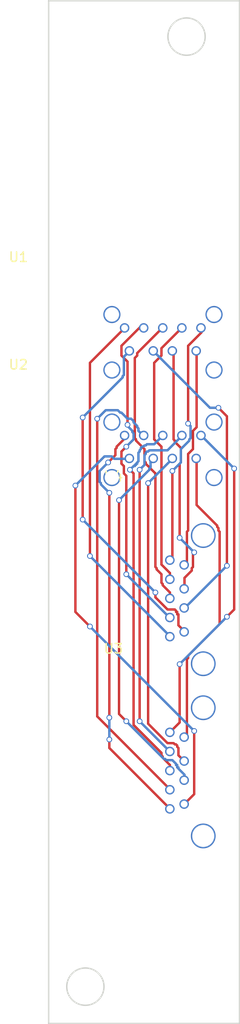
<source format=kicad_pcb>
(kicad_pcb (version 4) (host pcbnew 4.0.4-stable)

  (general
    (links 18)
    (no_connects 0)
    (area 133.63 54.024999 159.042002 161.075001)
    (thickness 1.6)
    (drawings 6)
    (tracks 298)
    (zones 0)
    (modules 4)
    (nets 19)
  )

  (page A4)
  (layers
    (0 F.Cu signal)
    (31 B.Cu signal)
    (32 B.Adhes user)
    (33 F.Adhes user)
    (34 B.Paste user)
    (35 F.Paste user)
    (36 B.SilkS user)
    (37 F.SilkS user)
    (38 B.Mask user)
    (39 F.Mask user)
    (40 Dwgs.User user)
    (41 Cmts.User user)
    (42 Eco1.User user)
    (43 Eco2.User user)
    (44 Edge.Cuts user)
    (45 Margin user)
    (46 B.CrtYd user)
    (47 F.CrtYd user)
    (48 B.Fab user)
    (49 F.Fab user)
  )

  (setup
    (last_trace_width 0.25)
    (trace_clearance 0.2)
    (zone_clearance 0.508)
    (zone_45_only no)
    (trace_min 0.2)
    (segment_width 0.2)
    (edge_width 0.15)
    (via_size 0.6)
    (via_drill 0.4)
    (via_min_size 0.4)
    (via_min_drill 0.3)
    (uvia_size 0.3)
    (uvia_drill 0.1)
    (uvias_allowed no)
    (uvia_min_size 0.2)
    (uvia_min_drill 0.1)
    (pcb_text_width 0.3)
    (pcb_text_size 1.5 1.5)
    (mod_edge_width 0.15)
    (mod_text_size 1 1)
    (mod_text_width 0.15)
    (pad_size 1.524 1.524)
    (pad_drill 0.762)
    (pad_to_mask_clearance 0.2)
    (aux_axis_origin 0 0)
    (visible_elements 7FFFFFFF)
    (pcbplotparams
      (layerselection 0x00030_80000001)
      (usegerberextensions false)
      (excludeedgelayer true)
      (linewidth 0.100000)
      (plotframeref false)
      (viasonmask false)
      (mode 1)
      (useauxorigin false)
      (hpglpennumber 1)
      (hpglpenspeed 20)
      (hpglpendiameter 15)
      (hpglpenoverlay 2)
      (psnegative false)
      (psa4output false)
      (plotreference true)
      (plotvalue true)
      (plotinvisibletext false)
      (padsonsilk false)
      (subtractmaskfromsilk false)
      (outputformat 1)
      (mirror false)
      (drillshape 0)
      (scaleselection 1)
      (outputdirectory ""))
  )

  (net 0 "")
  (net 1 "Net-(U1-Pad5)")
  (net 2 "Net-(U1-Pad6)")
  (net 3 "Net-(U1-Pad7)")
  (net 4 "Net-(U1-Pad8)")
  (net 5 "Net-(U1-Pad9)")
  (net 6 "Net-(U1-Pad4)")
  (net 7 "Net-(U1-Pad3)")
  (net 8 "Net-(U1-Pad2)")
  (net 9 "Net-(U1-Pad1)")
  (net 10 "Net-(U2-Pad5)")
  (net 11 "Net-(U2-Pad6)")
  (net 12 "Net-(U2-Pad7)")
  (net 13 "Net-(U2-Pad8)")
  (net 14 "Net-(U2-Pad9)")
  (net 15 "Net-(U2-Pad4)")
  (net 16 "Net-(U2-Pad3)")
  (net 17 "Net-(U2-Pad2)")
  (net 18 "Net-(U2-Pad1)")

  (net_class Default "This is the default net class."
    (clearance 0.2)
    (trace_width 0.25)
    (via_dia 0.6)
    (via_drill 0.4)
    (uvia_dia 0.3)
    (uvia_drill 0.1)
    (add_net "Net-(U1-Pad1)")
    (add_net "Net-(U1-Pad2)")
    (add_net "Net-(U1-Pad3)")
    (add_net "Net-(U1-Pad4)")
    (add_net "Net-(U1-Pad5)")
    (add_net "Net-(U1-Pad6)")
    (add_net "Net-(U1-Pad7)")
    (add_net "Net-(U1-Pad8)")
    (add_net "Net-(U1-Pad9)")
    (add_net "Net-(U2-Pad1)")
    (add_net "Net-(U2-Pad2)")
    (add_net "Net-(U2-Pad3)")
    (add_net "Net-(U2-Pad4)")
    (add_net "Net-(U2-Pad5)")
    (add_net "Net-(U2-Pad6)")
    (add_net "Net-(U2-Pad7)")
    (add_net "Net-(U2-Pad8)")
    (add_net "Net-(U2-Pad9)")
  )

  (module .pretty:usb3 (layer F.Cu) (tedit 5852EDAE) (tstamp 58533EB4)
    (at 145.43 86.9)
    (path /5852EED3)
    (fp_text reference U1 (at -9.8 -6) (layer F.SilkS)
      (effects (font (size 1 1) (thickness 0.15)))
    )
    (fp_text value usb3.0 (at -9.1 -7.9) (layer F.Fab)
      (effects (font (size 1 1) (thickness 0.15)))
    )
    (pad "" thru_hole circle (at 0 0) (size 1.8 1.8) (drill 1.5) (layers *.Cu *.Mask))
    (pad "" thru_hole circle (at 10.7 0) (size 1.8 1.8) (drill 1.5) (layers *.Cu *.Mask))
    (pad "" thru_hole circle (at 0 5.8) (size 1.8 1.8) (drill 1.5) (layers *.Cu *.Mask))
    (pad "" thru_hole circle (at 10.7 5.8) (size 1.8 1.8) (drill 1.5) (layers *.Cu *.Mask))
    (pad 5 thru_hole circle (at 1.33 1.4) (size 1 1) (drill 0.7) (layers *.Cu *.Mask)
      (net 1 "Net-(U1-Pad5)"))
    (pad 6 thru_hole circle (at 3.33 1.4) (size 1 1) (drill 0.7) (layers *.Cu *.Mask)
      (net 2 "Net-(U1-Pad6)"))
    (pad 7 thru_hole circle (at 5.33 1.4) (size 1 1) (drill 0.7) (layers *.Cu *.Mask)
      (net 3 "Net-(U1-Pad7)"))
    (pad 8 thru_hole circle (at 7.33 1.4) (size 1 1) (drill 0.7) (layers *.Cu *.Mask)
      (net 4 "Net-(U1-Pad8)"))
    (pad 9 thru_hole circle (at 9.33 1.4) (size 1 1) (drill 0.7) (layers *.Cu *.Mask)
      (net 5 "Net-(U1-Pad9)"))
    (pad 4 thru_hole circle (at 1.83 3.8) (size 1 1) (drill 0.7) (layers *.Cu *.Mask)
      (net 6 "Net-(U1-Pad4)"))
    (pad 3 thru_hole circle (at 4.33 3.8) (size 1 1) (drill 0.7) (layers *.Cu *.Mask)
      (net 7 "Net-(U1-Pad3)"))
    (pad 2 thru_hole circle (at 6.33 3.8) (size 1 1) (drill 0.7) (layers *.Cu *.Mask)
      (net 8 "Net-(U1-Pad2)"))
    (pad 1 thru_hole circle (at 8.83 3.8) (size 1 1) (drill 0.7) (layers *.Cu *.Mask)
      (net 9 "Net-(U1-Pad1)"))
  )

  (module .pretty:usb3 (layer F.Cu) (tedit 5852EDAE) (tstamp 58533EC5)
    (at 145.43 98.14)
    (path /5852EE22)
    (fp_text reference U2 (at -9.8 -6) (layer F.SilkS)
      (effects (font (size 1 1) (thickness 0.15)))
    )
    (fp_text value usb3.0 (at -9.1 -7.9) (layer F.Fab)
      (effects (font (size 1 1) (thickness 0.15)))
    )
    (pad "" thru_hole circle (at 0 0) (size 1.8 1.8) (drill 1.5) (layers *.Cu *.Mask))
    (pad "" thru_hole circle (at 10.7 0) (size 1.8 1.8) (drill 1.5) (layers *.Cu *.Mask))
    (pad "" thru_hole circle (at 0 5.8) (size 1.8 1.8) (drill 1.5) (layers *.Cu *.Mask))
    (pad "" thru_hole circle (at 10.7 5.8) (size 1.8 1.8) (drill 1.5) (layers *.Cu *.Mask))
    (pad 5 thru_hole circle (at 1.33 1.4) (size 1 1) (drill 0.7) (layers *.Cu *.Mask)
      (net 10 "Net-(U2-Pad5)"))
    (pad 6 thru_hole circle (at 3.33 1.4) (size 1 1) (drill 0.7) (layers *.Cu *.Mask)
      (net 11 "Net-(U2-Pad6)"))
    (pad 7 thru_hole circle (at 5.33 1.4) (size 1 1) (drill 0.7) (layers *.Cu *.Mask)
      (net 12 "Net-(U2-Pad7)"))
    (pad 8 thru_hole circle (at 7.33 1.4) (size 1 1) (drill 0.7) (layers *.Cu *.Mask)
      (net 13 "Net-(U2-Pad8)"))
    (pad 9 thru_hole circle (at 9.33 1.4) (size 1 1) (drill 0.7) (layers *.Cu *.Mask)
      (net 14 "Net-(U2-Pad9)"))
    (pad 4 thru_hole circle (at 1.83 3.8) (size 1 1) (drill 0.7) (layers *.Cu *.Mask)
      (net 15 "Net-(U2-Pad4)"))
    (pad 3 thru_hole circle (at 4.33 3.8) (size 1 1) (drill 0.7) (layers *.Cu *.Mask)
      (net 16 "Net-(U2-Pad3)"))
    (pad 2 thru_hole circle (at 6.33 3.8) (size 1 1) (drill 0.7) (layers *.Cu *.Mask)
      (net 17 "Net-(U2-Pad2)"))
    (pad 1 thru_hole circle (at 8.83 3.8) (size 1 1) (drill 0.7) (layers *.Cu *.Mask)
      (net 18 "Net-(U2-Pad1)"))
  )

  (module .pretty:usb3reg (layer F.Cu) (tedit 5852ECF4) (tstamp 58533ED4)
    (at 155 128)
    (path /5852EF38)
    (fp_text reference U3 (at -9.41 -6.17) (layer F.SilkS)
      (effects (font (size 1 1) (thickness 0.15)))
    )
    (fp_text value usb3.0 (at -8.37 -7.62) (layer F.Fab)
      (effects (font (size 1 1) (thickness 0.15)))
    )
    (pad "" thru_hole circle (at 0 0) (size 2.6 2.6) (drill 2.3) (layers *.Cu *.Mask))
    (pad "" thru_hole circle (at 0 13.4) (size 2.6 2.6) (drill 2.3) (layers *.Cu *.Mask))
    (pad 9 thru_hole circle (at -3.5 2.57) (size 1 1) (drill 0.7) (layers *.Cu *.Mask)
      (net 14 "Net-(U2-Pad9)"))
    (pad 8 thru_hole circle (at -3.5 4.57) (size 1 1) (drill 0.7) (layers *.Cu *.Mask)
      (net 13 "Net-(U2-Pad8)"))
    (pad 7 thru_hole circle (at -3.5 6.57) (size 1 1) (drill 0.7) (layers *.Cu *.Mask)
      (net 12 "Net-(U2-Pad7)"))
    (pad 6 thru_hole circle (at -3.5 8.57) (size 1 1) (drill 0.7) (layers *.Cu *.Mask)
      (net 11 "Net-(U2-Pad6)"))
    (pad 5 thru_hole circle (at -3.5 10.57) (size 1 1) (drill 0.7) (layers *.Cu *.Mask)
      (net 10 "Net-(U2-Pad5)"))
    (pad 1 thru_hole circle (at -2 3.07) (size 1 1) (drill 0.7) (layers *.Cu *.Mask)
      (net 18 "Net-(U2-Pad1)"))
    (pad 2 thru_hole circle (at -2 5.57) (size 1 1) (drill 0.7) (layers *.Cu *.Mask)
      (net 17 "Net-(U2-Pad2)"))
    (pad 3 thru_hole circle (at -2 7.57) (size 1 1) (drill 0.7) (layers *.Cu *.Mask)
      (net 16 "Net-(U2-Pad3)"))
    (pad 4 thru_hole circle (at -2 10.07) (size 1 1) (drill 0.7) (layers *.Cu *.Mask)
      (net 15 "Net-(U2-Pad4)"))
  )

  (module .pretty:usb3reg (layer F.Cu) (tedit 5852ECF4) (tstamp 58533EE3)
    (at 155 110)
    (path /5852EF79)
    (fp_text reference U4 (at -9.41 -6.17) (layer F.SilkS)
      (effects (font (size 1 1) (thickness 0.15)))
    )
    (fp_text value usb3.0 (at -8.37 -7.62) (layer F.Fab)
      (effects (font (size 1 1) (thickness 0.15)))
    )
    (pad "" thru_hole circle (at 0 0) (size 2.6 2.6) (drill 2.3) (layers *.Cu *.Mask))
    (pad "" thru_hole circle (at 0 13.4) (size 2.6 2.6) (drill 2.3) (layers *.Cu *.Mask))
    (pad 9 thru_hole circle (at -3.5 2.57) (size 1 1) (drill 0.7) (layers *.Cu *.Mask)
      (net 5 "Net-(U1-Pad9)"))
    (pad 8 thru_hole circle (at -3.5 4.57) (size 1 1) (drill 0.7) (layers *.Cu *.Mask)
      (net 4 "Net-(U1-Pad8)"))
    (pad 7 thru_hole circle (at -3.5 6.57) (size 1 1) (drill 0.7) (layers *.Cu *.Mask)
      (net 3 "Net-(U1-Pad7)"))
    (pad 6 thru_hole circle (at -3.5 8.57) (size 1 1) (drill 0.7) (layers *.Cu *.Mask)
      (net 2 "Net-(U1-Pad6)"))
    (pad 5 thru_hole circle (at -3.5 10.57) (size 1 1) (drill 0.7) (layers *.Cu *.Mask)
      (net 1 "Net-(U1-Pad5)"))
    (pad 1 thru_hole circle (at -2 3.07) (size 1 1) (drill 0.7) (layers *.Cu *.Mask)
      (net 9 "Net-(U1-Pad1)"))
    (pad 2 thru_hole circle (at -2 5.57) (size 1 1) (drill 0.7) (layers *.Cu *.Mask)
      (net 8 "Net-(U1-Pad2)"))
    (pad 3 thru_hole circle (at -2 7.57) (size 1 1) (drill 0.7) (layers *.Cu *.Mask)
      (net 7 "Net-(U1-Pad3)"))
    (pad 4 thru_hole circle (at -2 10.07) (size 1 1) (drill 0.7) (layers *.Cu *.Mask)
      (net 6 "Net-(U1-Pad4)"))
  )

  (gr_circle (center 142.65 157.15) (end 140.7 157.15) (layer Edge.Cuts) (width 0.15))
  (gr_circle (center 153.25 57.85) (end 153.25 55.9) (layer Edge.Cuts) (width 0.15))
  (gr_line (start 158.8 54.1) (end 138.8 54.1) (angle 90) (layer Edge.Cuts) (width 0.15))
  (gr_line (start 158.8 161) (end 158.8 54.1) (angle 90) (layer Edge.Cuts) (width 0.15))
  (gr_line (start 138.8 161) (end 158.8 161) (angle 90) (layer Edge.Cuts) (width 0.15))
  (gr_line (start 138.8 54.1) (end 138.8 161) (angle 90) (layer Edge.Cuts) (width 0.15))

  (segment (start 146.76 88.3) (end 146.812 88.265) (width 0.25) (layer F.Cu) (net 1) (status 80000))
  (segment (start 146.812 88.265) (end 143.129 91.948) (width 0.25) (layer F.Cu) (net 1) (status 80000))
  (segment (start 143.129 91.948) (end 143.129 112.141) (width 0.25) (layer F.Cu) (net 1) (status 80000))
  (via (at 143.129 112.141) (size 0.6) (layers F.Cu B.Cu) (net 1) (status 80000))
  (segment (start 143.129 112.141) (end 151.511 120.523) (width 0.25) (layer B.Cu) (net 1) (status 80000))
  (segment (start 151.511 120.523) (end 151.5 120.57) (width 0.25) (layer B.Cu) (net 1) (tstamp 5854409F) (status 80000))
  (segment (start 148.76 88.3) (end 148.717 88.265) (width 0.25) (layer F.Cu) (net 2) (status 80000))
  (segment (start 148.717 88.265) (end 148.336 88.265) (width 0.25) (layer F.Cu) (net 2) (status 80000))
  (segment (start 148.336 88.265) (end 146.431 90.17) (width 0.25) (layer F.Cu) (net 2) (status 80000))
  (segment (start 146.431 90.17) (end 146.431 91.186) (width 0.25) (layer F.Cu) (net 2) (status 80000))
  (segment (start 146.431 91.186) (end 147.066 91.821) (width 0.25) (layer F.Cu) (net 2) (status 80000))
  (segment (start 147.066 91.821) (end 147.066 98.425) (width 0.25) (layer F.Cu) (net 2) (status 80000))
  (via (at 147.066 98.425) (size 0.6) (layers F.Cu B.Cu) (net 2) (status 80000))
  (segment (start 147.066 98.425) (end 147.066 98.552) (width 0.25) (layer B.Cu) (net 2) (status 80000))
  (segment (start 147.066 98.552) (end 147.574 99.06) (width 0.25) (layer B.Cu) (net 2) (status 80000))
  (segment (start 147.574 99.06) (end 147.574 99.187) (width 0.25) (layer B.Cu) (net 2) (status 80000))
  (segment (start 147.574 99.187) (end 147.701 99.314) (width 0.25) (layer B.Cu) (net 2) (status 80000))
  (segment (start 147.701 99.314) (end 147.701 99.949) (width 0.25) (layer B.Cu) (net 2) (status 80000))
  (segment (start 147.701 99.949) (end 146.939 100.711) (width 0.25) (layer B.Cu) (net 2) (status 80000))
  (via (at 146.939 100.711) (size 0.6) (layers F.Cu B.Cu) (net 2) (status 80000))
  (segment (start 146.939 100.711) (end 146.431 101.219) (width 0.25) (layer F.Cu) (net 2) (status 80000))
  (segment (start 146.431 101.219) (end 146.431 102.489) (width 0.25) (layer F.Cu) (net 2) (status 80000))
  (segment (start 146.431 102.489) (end 146.685 102.743) (width 0.25) (layer F.Cu) (net 2) (status 80000))
  (segment (start 146.685 102.743) (end 146.685 103.505) (width 0.25) (layer F.Cu) (net 2) (status 80000))
  (segment (start 146.685 103.505) (end 146.939 103.759) (width 0.25) (layer F.Cu) (net 2) (status 80000))
  (segment (start 146.939 103.759) (end 146.939 114.046) (width 0.25) (layer F.Cu) (net 2) (status 80000))
  (via (at 146.939 114.046) (size 0.6) (layers F.Cu B.Cu) (net 2) (status 80000))
  (segment (start 146.939 114.046) (end 151.511 118.618) (width 0.25) (layer B.Cu) (net 2) (status 80000))
  (segment (start 151.511 118.618) (end 151.5 118.57) (width 0.25) (layer B.Cu) (net 2) (tstamp 5854409B) (status 80000))
  (segment (start 150.76 88.3) (end 150.749 88.265) (width 0.25) (layer F.Cu) (net 3) (status 80000))
  (segment (start 150.749 88.265) (end 148.082 90.932) (width 0.25) (layer F.Cu) (net 3) (status 80000))
  (segment (start 148.082 90.932) (end 148.082 91.186) (width 0.25) (layer F.Cu) (net 3) (status 80000))
  (segment (start 148.082 91.186) (end 147.828 91.44) (width 0.25) (layer F.Cu) (net 3) (status 80000))
  (segment (start 147.828 91.44) (end 147.828 99.822) (width 0.25) (layer F.Cu) (net 3) (status 80000))
  (segment (start 147.828 99.822) (end 147.955 99.949) (width 0.25) (layer F.Cu) (net 3) (status 80000))
  (segment (start 147.955 99.949) (end 147.955 100.076) (width 0.25) (layer F.Cu) (net 3) (status 80000))
  (segment (start 147.955 100.076) (end 148.844 100.965) (width 0.25) (layer F.Cu) (net 3) (status 80000))
  (segment (start 148.844 100.965) (end 148.844 102.235) (width 0.25) (layer F.Cu) (net 3) (status 80000))
  (segment (start 148.844 102.235) (end 148.971 102.362) (width 0.25) (layer F.Cu) (net 3) (status 80000))
  (segment (start 148.971 102.362) (end 148.971 102.489) (width 0.25) (layer F.Cu) (net 3) (status 80000))
  (segment (start 148.971 102.489) (end 149.987 103.505) (width 0.25) (layer F.Cu) (net 3) (status 80000))
  (segment (start 149.987 103.505) (end 149.987 113.284) (width 0.25) (layer F.Cu) (net 3) (status 80000))
  (segment (start 149.987 113.284) (end 150.114 113.411) (width 0.25) (layer F.Cu) (net 3) (status 80000))
  (segment (start 150.114 113.411) (end 150.114 113.538) (width 0.25) (layer F.Cu) (net 3) (status 80000))
  (segment (start 150.114 113.538) (end 150.622 114.046) (width 0.25) (layer F.Cu) (net 3) (status 80000))
  (segment (start 150.622 114.046) (end 150.622 114.935) (width 0.25) (layer F.Cu) (net 3) (status 80000))
  (segment (start 150.622 114.935) (end 150.749 115.062) (width 0.25) (layer F.Cu) (net 3) (status 80000))
  (segment (start 150.749 115.062) (end 150.749 115.189) (width 0.25) (layer F.Cu) (net 3) (status 80000))
  (segment (start 150.749 115.189) (end 151.511 115.951) (width 0.25) (layer F.Cu) (net 3) (status 80000))
  (segment (start 151.511 115.951) (end 151.511 116.586) (width 0.25) (layer F.Cu) (net 3) (status 80000))
  (segment (start 151.511 116.586) (end 151.5 116.57) (width 0.25) (layer F.Cu) (net 3) (tstamp 58544094) (status 80000))
  (segment (start 152.76 88.3) (end 152.781 88.265) (width 0.25) (layer F.Cu) (net 4) (status 80000))
  (segment (start 152.781 88.265) (end 150.622 90.424) (width 0.25) (layer F.Cu) (net 4) (status 80000))
  (segment (start 150.622 90.424) (end 150.622 91.186) (width 0.25) (layer F.Cu) (net 4) (status 80000))
  (segment (start 150.622 91.186) (end 149.86 91.948) (width 0.25) (layer F.Cu) (net 4) (status 80000))
  (segment (start 149.86 91.948) (end 149.86 99.949) (width 0.25) (layer F.Cu) (net 4) (status 80000))
  (segment (start 149.86 99.949) (end 150.622 100.711) (width 0.25) (layer F.Cu) (net 4) (status 80000))
  (segment (start 150.622 100.711) (end 150.622 113.03) (width 0.25) (layer F.Cu) (net 4) (status 80000))
  (segment (start 150.622 113.03) (end 151.511 113.919) (width 0.25) (layer F.Cu) (net 4) (status 80000))
  (segment (start 151.511 113.919) (end 151.511 114.554) (width 0.25) (layer F.Cu) (net 4) (status 80000))
  (segment (start 151.511 114.554) (end 151.5 114.57) (width 0.25) (layer F.Cu) (net 4) (tstamp 58544093) (status 80000))
  (segment (start 151.5 112.57) (end 151.511 112.522) (width 0.25) (layer F.Cu) (net 5) (status 80000))
  (segment (start 151.511 112.522) (end 151.765 112.268) (width 0.25) (layer F.Cu) (net 5) (status 80000))
  (segment (start 151.765 112.268) (end 151.765 103.251) (width 0.25) (layer F.Cu) (net 5) (status 80000))
  (via (at 151.765 103.251) (size 0.6) (layers F.Cu B.Cu) (net 5) (status 80000))
  (segment (start 151.765 103.251) (end 152.654 102.362) (width 0.25) (layer B.Cu) (net 5) (status 80000))
  (segment (start 152.654 102.362) (end 152.654 100.965) (width 0.25) (layer B.Cu) (net 5) (status 80000))
  (segment (start 152.654 100.965) (end 153.543 100.076) (width 0.25) (layer B.Cu) (net 5) (status 80000))
  (segment (start 153.543 100.076) (end 153.543 99.949) (width 0.25) (layer B.Cu) (net 5) (status 80000))
  (segment (start 153.543 99.949) (end 153.67 99.822) (width 0.25) (layer B.Cu) (net 5) (status 80000))
  (segment (start 153.67 99.822) (end 153.67 98.552) (width 0.25) (layer B.Cu) (net 5) (status 80000))
  (segment (start 153.67 98.552) (end 153.416 98.298) (width 0.25) (layer B.Cu) (net 5) (status 80000))
  (via (at 153.416 98.298) (size 0.6) (layers F.Cu B.Cu) (net 5) (status 80000))
  (segment (start 153.416 98.298) (end 153.416 90.17) (width 0.25) (layer F.Cu) (net 5) (status 80000))
  (segment (start 153.416 90.17) (end 154.813 88.773) (width 0.25) (layer F.Cu) (net 5) (status 80000))
  (segment (start 154.813 88.773) (end 154.813 88.265) (width 0.25) (layer F.Cu) (net 5) (status 80000))
  (segment (start 154.813 88.265) (end 154.76 88.3) (width 0.25) (layer F.Cu) (net 5) (tstamp 58544096) (status 80000))
  (segment (start 153 120.07) (end 153.035 120.015) (width 0.25) (layer F.Cu) (net 6) (status 80000))
  (segment (start 153.035 120.015) (end 152.4 119.38) (width 0.25) (layer F.Cu) (net 6) (status 80000))
  (segment (start 152.4 119.38) (end 152.4 118.237) (width 0.25) (layer F.Cu) (net 6) (status 80000))
  (segment (start 152.4 118.237) (end 152.273 118.237) (width 0.25) (layer F.Cu) (net 6) (status 80000))
  (segment (start 152.273 118.237) (end 152.273 117.983) (width 0.25) (layer F.Cu) (net 6) (status 80000))
  (segment (start 152.273 117.983) (end 152.146 117.983) (width 0.25) (layer F.Cu) (net 6) (status 80000))
  (segment (start 152.146 117.983) (end 152.146 117.856) (width 0.25) (layer F.Cu) (net 6) (status 80000))
  (segment (start 152.146 117.856) (end 152.019 117.729) (width 0.25) (layer F.Cu) (net 6) (status 80000))
  (segment (start 152.019 117.729) (end 151.257 117.729) (width 0.25) (layer F.Cu) (net 6) (status 80000))
  (segment (start 151.257 117.729) (end 149.987 116.459) (width 0.25) (layer F.Cu) (net 6) (status 80000))
  (segment (start 149.987 116.459) (end 149.987 115.951) (width 0.25) (layer F.Cu) (net 6) (status 80000))
  (via (at 149.987 115.951) (size 0.6) (layers F.Cu B.Cu) (net 6) (status 80000))
  (segment (start 149.987 115.951) (end 142.367 108.331) (width 0.25) (layer B.Cu) (net 6) (status 80000))
  (via (at 142.367 108.331) (size 0.6) (layers F.Cu B.Cu) (net 6) (status 80000))
  (segment (start 142.367 108.331) (end 142.367 97.663) (width 0.25) (layer F.Cu) (net 6) (status 80000))
  (via (at 142.367 97.663) (size 0.6) (layers F.Cu B.Cu) (net 6) (status 80000))
  (segment (start 142.367 97.663) (end 146.558 93.472) (width 0.25) (layer B.Cu) (net 6) (status 80000))
  (segment (start 146.558 93.472) (end 146.558 93.345) (width 0.25) (layer B.Cu) (net 6) (status 80000))
  (segment (start 146.558 93.345) (end 146.685 93.218) (width 0.25) (layer B.Cu) (net 6) (status 80000))
  (segment (start 146.685 93.218) (end 146.685 91.313) (width 0.25) (layer B.Cu) (net 6) (status 80000))
  (segment (start 146.685 91.313) (end 147.32 90.678) (width 0.25) (layer B.Cu) (net 6) (status 80000))
  (segment (start 147.32 90.678) (end 147.26 90.7) (width 0.25) (layer B.Cu) (net 6) (tstamp 585440A0) (status 80000))
  (segment (start 149.76 90.7) (end 149.733 90.678) (width 0.25) (layer B.Cu) (net 7) (status 80000))
  (segment (start 149.733 90.678) (end 155.702 96.647) (width 0.25) (layer B.Cu) (net 7) (status 80000))
  (segment (start 155.702 96.647) (end 156.591 96.647) (width 0.25) (layer B.Cu) (net 7) (status 80000))
  (via (at 156.591 96.647) (size 0.6) (layers F.Cu B.Cu) (net 7) (status 80000))
  (segment (start 156.591 96.647) (end 157.48 97.536) (width 0.25) (layer F.Cu) (net 7) (status 80000))
  (segment (start 157.48 97.536) (end 157.48 113.157) (width 0.25) (layer F.Cu) (net 7) (status 80000))
  (via (at 157.48 113.157) (size 0.6) (layers F.Cu B.Cu) (net 7) (status 80000))
  (segment (start 157.48 113.157) (end 153.035 117.602) (width 0.25) (layer B.Cu) (net 7) (status 80000))
  (segment (start 153.035 117.602) (end 153 117.57) (width 0.25) (layer B.Cu) (net 7) (tstamp 5854409A) (status 80000))
  (segment (start 151.76 90.7) (end 151.765 90.678) (width 0.25) (layer F.Cu) (net 8) (status 80000))
  (segment (start 151.765 90.678) (end 151.892 90.805) (width 0.25) (layer F.Cu) (net 8) (status 80000))
  (segment (start 151.892 90.805) (end 151.892 99.949) (width 0.25) (layer F.Cu) (net 8) (status 80000))
  (segment (start 151.892 99.949) (end 152.019 100.076) (width 0.25) (layer F.Cu) (net 8) (status 80000))
  (segment (start 152.019 100.076) (end 152.019 100.203) (width 0.25) (layer F.Cu) (net 8) (status 80000))
  (segment (start 152.019 100.203) (end 152.654 100.838) (width 0.25) (layer F.Cu) (net 8) (status 80000))
  (segment (start 152.654 100.838) (end 152.654 102.362) (width 0.25) (layer F.Cu) (net 8) (status 80000))
  (segment (start 152.654 102.362) (end 152.527 102.489) (width 0.25) (layer F.Cu) (net 8) (status 80000))
  (segment (start 152.527 102.489) (end 152.527 110.236) (width 0.25) (layer F.Cu) (net 8) (status 80000))
  (via (at 152.527 110.236) (size 0.6) (layers F.Cu B.Cu) (net 8) (status 80000))
  (segment (start 152.527 110.236) (end 154.051 111.76) (width 0.25) (layer B.Cu) (net 8) (status 80000))
  (via (at 154.051 111.76) (size 0.6) (layers F.Cu B.Cu) (net 8) (status 80000))
  (segment (start 154.051 111.76) (end 153.924 111.887) (width 0.25) (layer F.Cu) (net 8) (status 80000))
  (segment (start 153.924 111.887) (end 153.924 113.284) (width 0.25) (layer F.Cu) (net 8) (status 80000))
  (segment (start 153.924 113.284) (end 153.797 113.411) (width 0.25) (layer F.Cu) (net 8) (status 80000))
  (segment (start 153.797 113.411) (end 153.797 113.665) (width 0.25) (layer F.Cu) (net 8) (status 80000))
  (segment (start 153.797 113.665) (end 153.035 114.427) (width 0.25) (layer F.Cu) (net 8) (status 80000))
  (segment (start 153.035 114.427) (end 153.035 115.57) (width 0.25) (layer F.Cu) (net 8) (status 80000))
  (segment (start 153.035 115.57) (end 153 115.57) (width 0.25) (layer F.Cu) (net 8) (tstamp 58544092) (status 80000))
  (segment (start 153 113.07) (end 153.035 113.03) (width 0.25) (layer F.Cu) (net 9) (status 80000))
  (segment (start 153.035 113.03) (end 153.289 112.776) (width 0.25) (layer F.Cu) (net 9) (status 80000))
  (segment (start 153.289 112.776) (end 153.289 109.601) (width 0.25) (layer F.Cu) (net 9) (status 80000))
  (segment (start 153.289 109.601) (end 153.416 109.474) (width 0.25) (layer F.Cu) (net 9) (status 80000))
  (segment (start 153.416 109.474) (end 153.416 101.473) (width 0.25) (layer F.Cu) (net 9) (status 80000))
  (segment (start 153.416 101.473) (end 153.924 100.965) (width 0.25) (layer F.Cu) (net 9) (status 80000))
  (segment (start 153.924 100.965) (end 153.924 99.06) (width 0.25) (layer F.Cu) (net 9) (status 80000))
  (segment (start 153.924 99.06) (end 154.305 98.679) (width 0.25) (layer F.Cu) (net 9) (status 80000))
  (segment (start 154.305 98.679) (end 154.305 90.678) (width 0.25) (layer F.Cu) (net 9) (status 80000))
  (segment (start 154.305 90.678) (end 154.26 90.7) (width 0.25) (layer F.Cu) (net 9) (tstamp 58544091) (status 80000))
  (segment (start 151.5 138.57) (end 151.511 138.557) (width 0.25) (layer F.Cu) (net 10) (status 80000))
  (segment (start 151.511 138.557) (end 145.161 132.207) (width 0.25) (layer F.Cu) (net 10) (status 80000))
  (segment (start 145.161 132.207) (end 145.161 131.318) (width 0.25) (layer F.Cu) (net 10) (status 80000))
  (via (at 145.161 131.318) (size 0.6) (layers F.Cu B.Cu) (net 10) (status 80000))
  (segment (start 145.161 131.318) (end 145.161 129.032) (width 0.25) (layer B.Cu) (net 10) (status 80000))
  (via (at 145.161 129.032) (size 0.6) (layers F.Cu B.Cu) (net 10) (status 80000))
  (segment (start 145.161 129.032) (end 145.161 105.537) (width 0.25) (layer F.Cu) (net 10) (status 80000))
  (via (at 145.161 105.537) (size 0.6) (layers F.Cu B.Cu) (net 10) (status 80000))
  (segment (start 145.161 105.537) (end 144.272 104.648) (width 0.25) (layer B.Cu) (net 10) (status 80000))
  (segment (start 144.272 104.648) (end 144.272 104.521) (width 0.25) (layer B.Cu) (net 10) (status 80000))
  (segment (start 144.272 104.521) (end 144.145 104.394) (width 0.25) (layer B.Cu) (net 10) (status 80000))
  (segment (start 144.145 104.394) (end 144.145 103.251) (width 0.25) (layer B.Cu) (net 10) (status 80000))
  (segment (start 144.145 103.251) (end 145.034 102.362) (width 0.25) (layer B.Cu) (net 10) (status 80000))
  (via (at 145.034 102.362) (size 0.6) (layers F.Cu B.Cu) (net 10) (status 80000))
  (segment (start 145.034 102.362) (end 145.796 101.6) (width 0.25) (layer F.Cu) (net 10) (status 80000))
  (segment (start 145.796 101.6) (end 145.796 100.965) (width 0.25) (layer F.Cu) (net 10) (status 80000))
  (segment (start 145.796 100.965) (end 145.923 100.838) (width 0.25) (layer F.Cu) (net 10) (status 80000))
  (segment (start 145.923 100.838) (end 145.923 100.711) (width 0.25) (layer F.Cu) (net 10) (status 80000))
  (segment (start 145.923 100.711) (end 146.812 99.822) (width 0.25) (layer F.Cu) (net 10) (status 80000))
  (segment (start 146.812 99.822) (end 146.812 99.568) (width 0.25) (layer F.Cu) (net 10) (status 80000))
  (segment (start 146.812 99.568) (end 146.76 99.54) (width 0.25) (layer F.Cu) (net 10) (tstamp 585440A1) (status 80000))
  (segment (start 151.5 136.57) (end 151.511 136.525) (width 0.25) (layer F.Cu) (net 11) (status 80000))
  (segment (start 151.511 136.525) (end 143.891 128.905) (width 0.25) (layer F.Cu) (net 11) (status 80000))
  (segment (start 143.891 128.905) (end 143.891 97.79) (width 0.25) (layer F.Cu) (net 11) (status 80000))
  (via (at 143.891 97.79) (size 0.6) (layers F.Cu B.Cu) (net 11) (status 80000))
  (segment (start 143.891 97.79) (end 144.78 96.901) (width 0.25) (layer B.Cu) (net 11) (status 80000))
  (segment (start 144.78 96.901) (end 146.05 96.901) (width 0.25) (layer B.Cu) (net 11) (status 80000))
  (segment (start 146.05 96.901) (end 146.304 97.155) (width 0.25) (layer B.Cu) (net 11) (status 80000))
  (segment (start 146.304 97.155) (end 146.431 97.155) (width 0.25) (layer B.Cu) (net 11) (status 80000))
  (segment (start 146.431 97.155) (end 147.066 97.79) (width 0.25) (layer B.Cu) (net 11) (status 80000))
  (segment (start 147.066 97.79) (end 147.447 97.79) (width 0.25) (layer B.Cu) (net 11) (status 80000))
  (segment (start 147.447 97.79) (end 147.701 98.044) (width 0.25) (layer B.Cu) (net 11) (status 80000))
  (segment (start 147.701 98.044) (end 147.701 98.171) (width 0.25) (layer B.Cu) (net 11) (status 80000))
  (segment (start 147.701 98.171) (end 148.082 98.552) (width 0.25) (layer B.Cu) (net 11) (status 80000))
  (segment (start 148.082 98.552) (end 148.082 98.679) (width 0.25) (layer B.Cu) (net 11) (status 80000))
  (segment (start 148.082 98.679) (end 148.209 98.806) (width 0.25) (layer B.Cu) (net 11) (status 80000))
  (segment (start 148.209 98.806) (end 148.209 99.06) (width 0.25) (layer B.Cu) (net 11) (status 80000))
  (segment (start 148.209 99.06) (end 148.717 99.568) (width 0.25) (layer B.Cu) (net 11) (status 80000))
  (segment (start 148.717 99.568) (end 148.76 99.54) (width 0.25) (layer B.Cu) (net 11) (tstamp 5854409E) (status 80000))
  (segment (start 150.76 99.54) (end 150.749 99.568) (width 0.25) (layer B.Cu) (net 12) (status 80000))
  (segment (start 150.749 99.568) (end 149.86 100.457) (width 0.25) (layer B.Cu) (net 12) (status 80000))
  (segment (start 149.86 100.457) (end 149.098 100.457) (width 0.25) (layer B.Cu) (net 12) (status 80000))
  (segment (start 149.098 100.457) (end 148.971 100.584) (width 0.25) (layer B.Cu) (net 12) (status 80000))
  (segment (start 148.971 100.584) (end 148.844 100.584) (width 0.25) (layer B.Cu) (net 12) (status 80000))
  (segment (start 148.844 100.584) (end 148.717 100.711) (width 0.25) (layer B.Cu) (net 12) (status 80000))
  (segment (start 148.717 100.711) (end 148.59 100.711) (width 0.25) (layer B.Cu) (net 12) (status 80000))
  (segment (start 148.59 100.711) (end 148.463 100.838) (width 0.25) (layer B.Cu) (net 12) (status 80000))
  (segment (start 148.463 100.838) (end 148.463 100.965) (width 0.25) (layer B.Cu) (net 12) (status 80000))
  (segment (start 148.463 100.965) (end 148.336 101.092) (width 0.25) (layer B.Cu) (net 12) (status 80000))
  (segment (start 148.336 101.092) (end 148.336 101.219) (width 0.25) (layer B.Cu) (net 12) (status 80000))
  (segment (start 148.336 101.219) (end 148.209 101.346) (width 0.25) (layer B.Cu) (net 12) (status 80000))
  (segment (start 148.209 101.346) (end 148.209 102.235) (width 0.25) (layer B.Cu) (net 12) (status 80000))
  (segment (start 148.209 102.235) (end 148.082 102.362) (width 0.25) (layer B.Cu) (net 12) (status 80000))
  (segment (start 148.082 102.362) (end 148.082 102.489) (width 0.25) (layer B.Cu) (net 12) (status 80000))
  (segment (start 148.082 102.489) (end 147.955 102.489) (width 0.25) (layer B.Cu) (net 12) (status 80000))
  (segment (start 147.955 102.489) (end 147.955 102.616) (width 0.25) (layer B.Cu) (net 12) (status 80000))
  (segment (start 147.955 102.616) (end 147.828 102.616) (width 0.25) (layer B.Cu) (net 12) (status 80000))
  (segment (start 147.828 102.616) (end 147.828 102.743) (width 0.25) (layer B.Cu) (net 12) (status 80000))
  (segment (start 147.828 102.743) (end 147.701 102.743) (width 0.25) (layer B.Cu) (net 12) (status 80000))
  (segment (start 147.701 102.743) (end 147.32 103.124) (width 0.25) (layer B.Cu) (net 12) (status 80000))
  (via (at 147.32 103.124) (size 0.6) (layers F.Cu B.Cu) (net 12) (status 80000))
  (segment (start 147.32 103.124) (end 147.701 103.505) (width 0.25) (layer F.Cu) (net 12) (status 80000))
  (segment (start 147.701 103.505) (end 147.701 129.794) (width 0.25) (layer F.Cu) (net 12) (status 80000))
  (segment (start 147.701 129.794) (end 150.622 132.715) (width 0.25) (layer F.Cu) (net 12) (status 80000))
  (segment (start 150.622 132.715) (end 150.622 132.969) (width 0.25) (layer F.Cu) (net 12) (status 80000))
  (segment (start 150.622 132.969) (end 150.749 133.096) (width 0.25) (layer F.Cu) (net 12) (status 80000))
  (segment (start 150.749 133.096) (end 150.749 133.223) (width 0.25) (layer F.Cu) (net 12) (status 80000))
  (segment (start 150.749 133.223) (end 151.511 133.985) (width 0.25) (layer F.Cu) (net 12) (status 80000))
  (segment (start 151.511 133.985) (end 151.511 134.62) (width 0.25) (layer F.Cu) (net 12) (status 80000))
  (segment (start 151.511 134.62) (end 151.5 134.57) (width 0.25) (layer F.Cu) (net 12) (tstamp 58544099) (status 80000))
  (segment (start 152.76 99.54) (end 152.781 99.568) (width 0.25) (layer B.Cu) (net 13) (status 80000))
  (segment (start 152.781 99.568) (end 151.257 101.092) (width 0.25) (layer B.Cu) (net 13) (status 80000))
  (segment (start 151.257 101.092) (end 149.352 101.092) (width 0.25) (layer B.Cu) (net 13) (status 80000))
  (segment (start 149.352 101.092) (end 149.225 101.219) (width 0.25) (layer B.Cu) (net 13) (status 80000))
  (segment (start 149.225 101.219) (end 149.098 101.219) (width 0.25) (layer B.Cu) (net 13) (status 80000))
  (segment (start 149.098 101.219) (end 148.971 101.346) (width 0.25) (layer B.Cu) (net 13) (status 80000))
  (segment (start 148.971 101.346) (end 148.971 101.473) (width 0.25) (layer B.Cu) (net 13) (status 80000))
  (segment (start 148.971 101.473) (end 148.844 101.6) (width 0.25) (layer B.Cu) (net 13) (status 80000))
  (segment (start 148.844 101.6) (end 148.844 102.616) (width 0.25) (layer B.Cu) (net 13) (status 80000))
  (segment (start 148.844 102.616) (end 148.336 103.124) (width 0.25) (layer B.Cu) (net 13) (status 80000))
  (via (at 148.336 103.124) (size 0.6) (layers F.Cu B.Cu) (net 13) (status 80000))
  (segment (start 148.336 103.124) (end 148.336 129.413) (width 0.25) (layer F.Cu) (net 13) (status 80000))
  (via (at 148.336 129.413) (size 0.6) (layers F.Cu B.Cu) (net 13) (status 80000))
  (segment (start 148.336 129.413) (end 151.511 132.588) (width 0.25) (layer B.Cu) (net 13) (status 80000))
  (segment (start 151.511 132.588) (end 151.5 132.57) (width 0.25) (layer B.Cu) (net 13) (tstamp 58544098) (status 80000))
  (segment (start 151.5 130.57) (end 151.511 130.556) (width 0.25) (layer F.Cu) (net 14) (status 80000))
  (segment (start 151.511 130.556) (end 152.527 129.54) (width 0.25) (layer F.Cu) (net 14) (status 80000))
  (segment (start 152.527 129.54) (end 152.527 123.444) (width 0.25) (layer F.Cu) (net 14) (status 80000))
  (via (at 152.527 123.444) (size 0.6) (layers F.Cu B.Cu) (net 14) (status 80000))
  (segment (start 152.527 123.444) (end 157.48 118.491) (width 0.25) (layer B.Cu) (net 14) (status 80000))
  (via (at 157.48 118.491) (size 0.6) (layers F.Cu B.Cu) (net 14) (status 80000))
  (segment (start 157.48 118.491) (end 158.242 117.729) (width 0.25) (layer F.Cu) (net 14) (status 80000))
  (segment (start 158.242 117.729) (end 158.242 102.997) (width 0.25) (layer F.Cu) (net 14) (status 80000))
  (via (at 158.242 102.997) (size 0.6) (layers F.Cu B.Cu) (net 14) (status 80000))
  (segment (start 158.242 102.997) (end 154.813 99.568) (width 0.25) (layer B.Cu) (net 14) (status 80000))
  (segment (start 154.813 99.568) (end 154.76 99.54) (width 0.25) (layer B.Cu) (net 14) (tstamp 5854409C) (status 80000))
  (segment (start 153 138.07) (end 153.035 138.049) (width 0.25) (layer F.Cu) (net 15) (status 80000))
  (segment (start 153.035 138.049) (end 154.051 137.033) (width 0.25) (layer F.Cu) (net 15) (status 80000))
  (segment (start 154.051 137.033) (end 154.051 130.429) (width 0.25) (layer F.Cu) (net 15) (status 80000))
  (via (at 154.051 130.429) (size 0.6) (layers F.Cu B.Cu) (net 15) (status 80000))
  (segment (start 154.051 130.429) (end 143.129 119.507) (width 0.25) (layer B.Cu) (net 15) (status 80000))
  (via (at 143.129 119.507) (size 0.6) (layers F.Cu B.Cu) (net 15) (status 80000))
  (segment (start 143.129 119.507) (end 141.605 117.983) (width 0.25) (layer F.Cu) (net 15) (status 80000))
  (segment (start 141.605 117.983) (end 141.605 104.775) (width 0.25) (layer F.Cu) (net 15) (status 80000))
  (via (at 141.605 104.775) (size 0.6) (layers F.Cu B.Cu) (net 15) (status 80000))
  (segment (start 141.605 104.775) (end 144.653 101.727) (width 0.25) (layer B.Cu) (net 15) (status 80000))
  (segment (start 144.653 101.727) (end 145.415 101.727) (width 0.25) (layer B.Cu) (net 15) (status 80000))
  (segment (start 145.415 101.727) (end 145.669 101.981) (width 0.25) (layer B.Cu) (net 15) (status 80000))
  (segment (start 145.669 101.981) (end 147.32 101.981) (width 0.25) (layer B.Cu) (net 15) (status 80000))
  (segment (start 147.32 101.981) (end 147.26 101.94) (width 0.25) (layer B.Cu) (net 15) (tstamp 585440A2) (status 80000))
  (segment (start 153 135.57) (end 153.035 135.509) (width 0.25) (layer B.Cu) (net 16) (status 80000))
  (segment (start 153.035 135.509) (end 153.035 135.001) (width 0.25) (layer B.Cu) (net 16) (status 80000))
  (segment (start 153.035 135.001) (end 152.4 134.366) (width 0.25) (layer B.Cu) (net 16) (status 80000))
  (segment (start 152.4 134.366) (end 152.4 134.239) (width 0.25) (layer B.Cu) (net 16) (status 80000))
  (segment (start 152.4 134.239) (end 152.273 134.239) (width 0.25) (layer B.Cu) (net 16) (status 80000))
  (segment (start 152.273 134.239) (end 152.273 133.985) (width 0.25) (layer B.Cu) (net 16) (status 80000))
  (segment (start 152.273 133.985) (end 152.146 133.985) (width 0.25) (layer B.Cu) (net 16) (status 80000))
  (segment (start 152.146 133.985) (end 152.146 133.858) (width 0.25) (layer B.Cu) (net 16) (status 80000))
  (segment (start 152.146 133.858) (end 151.765 133.477) (width 0.25) (layer B.Cu) (net 16) (status 80000))
  (segment (start 151.765 133.477) (end 151.13 133.477) (width 0.25) (layer B.Cu) (net 16) (status 80000))
  (segment (start 151.13 133.477) (end 151.003 133.35) (width 0.25) (layer B.Cu) (net 16) (status 80000))
  (segment (start 151.003 133.35) (end 150.876 133.35) (width 0.25) (layer B.Cu) (net 16) (status 80000))
  (segment (start 150.876 133.35) (end 146.939 129.413) (width 0.25) (layer B.Cu) (net 16) (status 80000))
  (via (at 146.939 129.413) (size 0.6) (layers F.Cu B.Cu) (net 16) (status 80000))
  (segment (start 146.939 129.413) (end 146.177 128.651) (width 0.25) (layer F.Cu) (net 16) (status 80000))
  (segment (start 146.177 128.651) (end 146.177 106.299) (width 0.25) (layer F.Cu) (net 16) (status 80000))
  (via (at 146.177 106.299) (size 0.6) (layers F.Cu B.Cu) (net 16) (status 80000))
  (segment (start 146.177 106.299) (end 149.352 103.124) (width 0.25) (layer B.Cu) (net 16) (status 80000))
  (segment (start 149.352 103.124) (end 149.352 102.997) (width 0.25) (layer B.Cu) (net 16) (status 80000))
  (segment (start 149.352 102.997) (end 149.479 102.87) (width 0.25) (layer B.Cu) (net 16) (status 80000))
  (segment (start 149.479 102.87) (end 149.479 102.235) (width 0.25) (layer B.Cu) (net 16) (status 80000))
  (segment (start 149.479 102.235) (end 149.733 101.981) (width 0.25) (layer B.Cu) (net 16) (status 80000))
  (segment (start 149.733 101.981) (end 149.76 101.94) (width 0.25) (layer B.Cu) (net 16) (tstamp 5854409D) (status 80000))
  (segment (start 153 133.57) (end 153.035 133.604) (width 0.25) (layer F.Cu) (net 17) (status 80000))
  (segment (start 153.035 133.604) (end 152.4 132.969) (width 0.25) (layer F.Cu) (net 17) (status 80000))
  (segment (start 152.4 132.969) (end 152.4 132.207) (width 0.25) (layer F.Cu) (net 17) (status 80000))
  (segment (start 152.4 132.207) (end 152.273 132.08) (width 0.25) (layer F.Cu) (net 17) (status 80000))
  (segment (start 152.273 132.08) (end 152.273 131.953) (width 0.25) (layer F.Cu) (net 17) (status 80000))
  (segment (start 152.273 131.953) (end 152.146 131.826) (width 0.25) (layer F.Cu) (net 17) (status 80000))
  (segment (start 152.146 131.826) (end 152.019 131.826) (width 0.25) (layer F.Cu) (net 17) (status 80000))
  (segment (start 152.019 131.826) (end 151.892 131.699) (width 0.25) (layer F.Cu) (net 17) (status 80000))
  (segment (start 151.892 131.699) (end 151.257 131.699) (width 0.25) (layer F.Cu) (net 17) (status 80000))
  (segment (start 151.257 131.699) (end 149.225 129.667) (width 0.25) (layer F.Cu) (net 17) (status 80000))
  (segment (start 149.225 129.667) (end 149.225 104.521) (width 0.25) (layer F.Cu) (net 17) (status 80000))
  (via (at 149.225 104.521) (size 0.6) (layers F.Cu B.Cu) (net 17) (status 80000))
  (segment (start 149.225 104.521) (end 151.765 101.981) (width 0.25) (layer B.Cu) (net 17) (status 80000))
  (segment (start 151.765 101.981) (end 151.76 101.94) (width 0.25) (layer B.Cu) (net 17) (tstamp 58544097) (status 80000))
  (segment (start 153 131.07) (end 153.035 131.064) (width 0.25) (layer F.Cu) (net 18) (status 80000))
  (segment (start 153.035 131.064) (end 153.289 130.81) (width 0.25) (layer F.Cu) (net 18) (status 80000))
  (segment (start 153.289 130.81) (end 153.289 122.936) (width 0.25) (layer F.Cu) (net 18) (status 80000))
  (segment (start 153.289 122.936) (end 153.416 122.809) (width 0.25) (layer F.Cu) (net 18) (status 80000))
  (segment (start 153.416 122.809) (end 153.416 122.555) (width 0.25) (layer F.Cu) (net 18) (status 80000))
  (segment (start 153.416 122.555) (end 156.718 119.253) (width 0.25) (layer F.Cu) (net 18) (status 80000))
  (segment (start 156.718 119.253) (end 156.718 109.601) (width 0.25) (layer F.Cu) (net 18) (status 80000))
  (segment (start 156.718 109.601) (end 156.591 109.474) (width 0.25) (layer F.Cu) (net 18) (status 80000))
  (segment (start 156.591 109.474) (end 156.591 109.22) (width 0.25) (layer F.Cu) (net 18) (status 80000))
  (segment (start 156.591 109.22) (end 156.464 109.093) (width 0.25) (layer F.Cu) (net 18) (status 80000))
  (segment (start 156.464 109.093) (end 156.464 108.966) (width 0.25) (layer F.Cu) (net 18) (status 80000))
  (segment (start 156.464 108.966) (end 154.305 106.807) (width 0.25) (layer F.Cu) (net 18) (status 80000))
  (segment (start 154.305 106.807) (end 154.305 101.981) (width 0.25) (layer F.Cu) (net 18) (status 80000))
  (segment (start 154.305 101.981) (end 154.26 101.94) (width 0.25) (layer F.Cu) (net 18) (tstamp 58544095) (status 80000))

)

</source>
